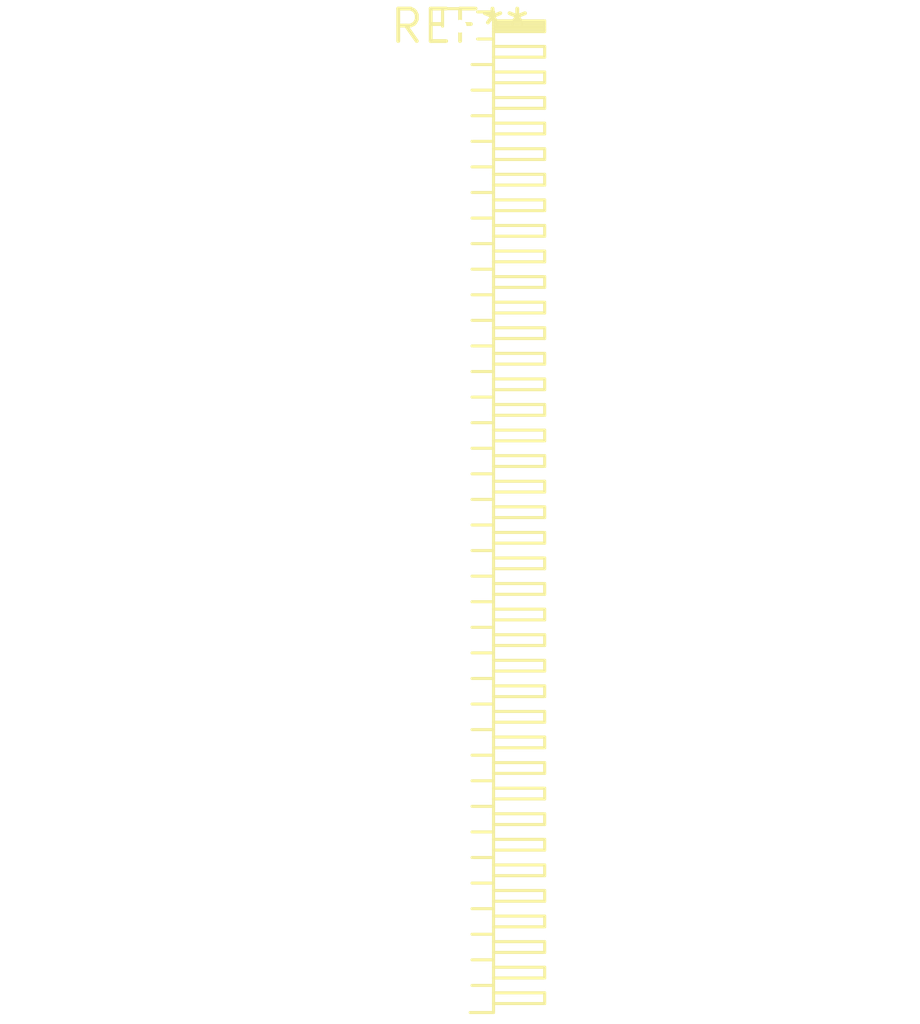
<source format=kicad_pcb>
(kicad_pcb (version 20240108) (generator pcbnew)
  (layers (0 "F.Cu" signal) (31 "B.Cu" signal) (34 "B.Paste" user) (35 "F.Paste" user) (36 "B.SilkS" user "B.Silkscreen") (37 "F.SilkS" user "F.Silkscreen") (38 "B.Mask" user) (39 "F.Mask" user) (44 "Edge.Cuts" user))
  (net 0 "")
  (footprint "PinHeader_1x39_P1.00mm_Horizontal" (layer "F.Cu") (at 0 0)
    (property "Reference" "REF**")
    (property "Value" "PinHeader_1x39_P1.00mm_Horizontal")
    (fp_line (start -0.685 -0.685) (end 0 -0.685) (layer "F.SilkS") (stroke (width 0.12)))
    (fp_line (start -0.685 0) (end -0.685 -0.685) (layer "F.SilkS") (stroke (width 0.12)))
    (fp_line (start 0.468215 1.5) (end 1.31 1.5) (layer "F.SilkS") (stroke (width 0.12)))
    (fp_line (start 0.468215 2.5) (end 1.31 2.5) (layer "F.SilkS") (stroke (width 0.12)))
    (fp_line (start 0.468215 3.5) (end 1.31 3.5) (layer "F.SilkS") (stroke (width 0.12)))
    (fp_line (start 0.468215 4.5) (end 1.31 4.5) (layer "F.SilkS") (stroke (width 0.12)))
    (fp_line (start 0.468215 5.5) (end 1.31 5.5) (layer "F.SilkS") (stroke (width 0.12)))
    (fp_line (start 0.468215 6.5) (end 1.31 6.5) (layer "F.SilkS") (stroke (width 0.12)))
    (fp_line (start 0.468215 7.5) (end 1.31 7.5) (layer "F.SilkS") (stroke (width 0.12)))
    (fp_line (start 0.468215 8.5) (end 1.31 8.5) (layer "F.SilkS") (stroke (width 0.12)))
    (fp_line (start 0.468215 9.5) (end 1.31 9.5) (layer "F.SilkS") (stroke (width 0.12)))
    (fp_line (start 0.468215 10.5) (end 1.31 10.5) (layer "F.SilkS") (stroke (width 0.12)))
    (fp_line (start 0.468215 11.5) (end 1.31 11.5) (layer "F.SilkS") (stroke (width 0.12)))
    (fp_line (start 0.468215 12.5) (end 1.31 12.5) (layer "F.SilkS") (stroke (width 0.12)))
    (fp_line (start 0.468215 13.5) (end 1.31 13.5) (layer "F.SilkS") (stroke (width 0.12)))
    (fp_line (start 0.468215 14.5) (end 1.31 14.5) (layer "F.SilkS") (stroke (width 0.12)))
    (fp_line (start 0.468215 15.5) (end 1.31 15.5) (layer "F.SilkS") (stroke (width 0.12)))
    (fp_line (start 0.468215 16.5) (end 1.31 16.5) (layer "F.SilkS") (stroke (width 0.12)))
    (fp_line (start 0.468215 17.5) (end 1.31 17.5) (layer "F.SilkS") (stroke (width 0.12)))
    (fp_line (start 0.468215 18.5) (end 1.31 18.5) (layer "F.SilkS") (stroke (width 0.12)))
    (fp_line (start 0.468215 19.5) (end 1.31 19.5) (layer "F.SilkS") (stroke (width 0.12)))
    (fp_line (start 0.468215 20.5) (end 1.31 20.5) (layer "F.SilkS") (stroke (width 0.12)))
    (fp_line (start 0.468215 21.5) (end 1.31 21.5) (layer "F.SilkS") (stroke (width 0.12)))
    (fp_line (start 0.468215 22.5) (end 1.31 22.5) (layer "F.SilkS") (stroke (width 0.12)))
    (fp_line (start 0.468215 23.5) (end 1.31 23.5) (layer "F.SilkS") (stroke (width 0.12)))
    (fp_line (start 0.468215 24.5) (end 1.31 24.5) (layer "F.SilkS") (stroke (width 0.12)))
    (fp_line (start 0.468215 25.5) (end 1.31 25.5) (layer "F.SilkS") (stroke (width 0.12)))
    (fp_line (start 0.468215 26.5) (end 1.31 26.5) (layer "F.SilkS") (stroke (width 0.12)))
    (fp_line (start 0.468215 27.5) (end 1.31 27.5) (layer "F.SilkS") (stroke (width 0.12)))
    (fp_line (start 0.468215 28.5) (end 1.31 28.5) (layer "F.SilkS") (stroke (width 0.12)))
    (fp_line (start 0.468215 29.5) (end 1.31 29.5) (layer "F.SilkS") (stroke (width 0.12)))
    (fp_line (start 0.468215 30.5) (end 1.31 30.5) (layer "F.SilkS") (stroke (width 0.12)))
    (fp_line (start 0.468215 31.5) (end 1.31 31.5) (layer "F.SilkS") (stroke (width 0.12)))
    (fp_line (start 0.468215 32.5) (end 1.31 32.5) (layer "F.SilkS") (stroke (width 0.12)))
    (fp_line (start 0.468215 33.5) (end 1.31 33.5) (layer "F.SilkS") (stroke (width 0.12)))
    (fp_line (start 0.468215 34.5) (end 1.31 34.5) (layer "F.SilkS") (stroke (width 0.12)))
    (fp_line (start 0.468215 35.5) (end 1.31 35.5) (layer "F.SilkS") (stroke (width 0.12)))
    (fp_line (start 0.468215 36.5) (end 1.31 36.5) (layer "F.SilkS") (stroke (width 0.12)))
    (fp_line (start 0.468215 37.5) (end 1.31 37.5) (layer "F.SilkS") (stroke (width 0.12)))
    (fp_line (start 0.685 -0.56) (end 1.31 -0.56) (layer "F.SilkS") (stroke (width 0.12)))
    (fp_line (start 0.685 0.5) (end 1.31 0.5) (layer "F.SilkS") (stroke (width 0.12)))
    (fp_line (start 1.31 -0.56) (end 1.31 38.56) (layer "F.SilkS") (stroke (width 0.12)))
    (fp_line (start 1.31 -0.21) (end 3.31 -0.21) (layer "F.SilkS") (stroke (width 0.12)))
    (fp_line (start 1.31 -0.15) (end 3.31 -0.15) (layer "F.SilkS") (stroke (width 0.12)))
    (fp_line (start 1.31 -0.03) (end 3.31 -0.03) (layer "F.SilkS") (stroke (width 0.12)))
    (fp_line (start 1.31 0.09) (end 3.31 0.09) (layer "F.SilkS") (stroke (width 0.12)))
    (fp_line (start 1.31 0.79) (end 3.31 0.79) (layer "F.SilkS") (stroke (width 0.12)))
    (fp_line (start 1.31 1.79) (end 3.31 1.79) (layer "F.SilkS") (stroke (width 0.12)))
    (fp_line (start 1.31 2.79) (end 3.31 2.79) (layer "F.SilkS") (stroke (width 0.12)))
    (fp_line (start 1.31 3.79) (end 3.31 3.79) (layer "F.SilkS") (stroke (width 0.12)))
    (fp_line (start 1.31 4.79) (end 3.31 4.79) (layer "F.SilkS") (stroke (width 0.12)))
    (fp_line (start 1.31 5.79) (end 3.31 5.79) (layer "F.SilkS") (stroke (width 0.12)))
    (fp_line (start 1.31 6.79) (end 3.31 6.79) (layer "F.SilkS") (stroke (width 0.12)))
    (fp_line (start 1.31 7.79) (end 3.31 7.79) (layer "F.SilkS") (stroke (width 0.12)))
    (fp_line (start 1.31 8.79) (end 3.31 8.79) (layer "F.SilkS") (stroke (width 0.12)))
    (fp_line (start 1.31 9.79) (end 3.31 9.79) (layer "F.SilkS") (stroke (width 0.12)))
    (fp_line (start 1.31 10.79) (end 3.31 10.79) (layer "F.SilkS") (stroke (width 0.12)))
    (fp_line (start 1.31 11.79) (end 3.31 11.79) (layer "F.SilkS") (stroke (width 0.12)))
    (fp_line (start 1.31 12.79) (end 3.31 12.79) (layer "F.SilkS") (stroke (width 0.12)))
    (fp_line (start 1.31 13.79) (end 3.31 13.79) (layer "F.SilkS") (stroke (width 0.12)))
    (fp_line (start 1.31 14.79) (end 3.31 14.79) (layer "F.SilkS") (stroke (width 0.12)))
    (fp_line (start 1.31 15.79) (end 3.31 15.79) (layer "F.SilkS") (stroke (width 0.12)))
    (fp_line (start 1.31 16.79) (end 3.31 16.79) (layer "F.SilkS") (stroke (width 0.12)))
    (fp_line (start 1.31 17.79) (end 3.31 17.79) (layer "F.SilkS") (stroke (width 0.12)))
    (fp_line (start 1.31 18.79) (end 3.31 18.79) (layer "F.SilkS") (stroke (width 0.12)))
    (fp_line (start 1.31 19.79) (end 3.31 19.79) (layer "F.SilkS") (stroke (width 0.12)))
    (fp_line (start 1.31 20.79) (end 3.31 20.79) (layer "F.SilkS") (stroke (width 0.12)))
    (fp_line (start 1.31 21.79) (end 3.31 21.79) (layer "F.SilkS") (stroke (width 0.12)))
    (fp_line (start 1.31 22.79) (end 3.31 22.79) (layer "F.SilkS") (stroke (width 0.12)))
    (fp_line (start 1.31 23.79) (end 3.31 23.79) (layer "F.SilkS") (stroke (width 0.12)))
    (fp_line (start 1.31 24.79) (end 3.31 24.79) (layer "F.SilkS") (stroke (width 0.12)))
    (fp_line (start 1.31 25.79) (end 3.31 25.79) (layer "F.SilkS") (stroke (width 0.12)))
    (fp_line (start 1.31 26.79) (end 3.31 26.79) (layer "F.SilkS") (stroke (width 0.12)))
    (fp_line (start 1.31 27.79) (end 3.31 27.79) (layer "F.SilkS") (stroke (width 0.12)))
    (fp_line (start 1.31 28.79) (end 3.31 28.79) (layer "F.SilkS") (stroke (width 0.12)))
    (fp_line (start 1.31 29.79) (end 3.31 29.79) (layer "F.SilkS") (stroke (width 0.12)))
    (fp_line (start 1.31 30.79) (end 3.31 30.79) (layer "F.SilkS") (stroke (width 0.12)))
    (fp_line (start 1.31 31.79) (end 3.31 31.79) (layer "F.SilkS") (stroke (width 0.12)))
    (fp_line (start 1.31 32.79) (end 3.31 32.79) (layer "F.SilkS") (stroke (width 0.12)))
    (fp_line (start 1.31 33.79) (end 3.31 33.79) (layer "F.SilkS") (stroke (width 0.12)))
    (fp_line (start 1.31 34.79) (end 3.31 34.79) (layer "F.SilkS") (stroke (width 0.12)))
    (fp_line (start 1.31 35.79) (end 3.31 35.79) (layer "F.SilkS") (stroke (width 0.12)))
    (fp_line (start 1.31 36.79) (end 3.31 36.79) (layer "F.SilkS") (stroke (width 0.12)))
    (fp_line (start 1.31 37.79) (end 3.31 37.79) (layer "F.SilkS") (stroke (width 0.12)))
    (fp_line (start 1.31 38.56) (end 0.394493 38.56) (layer "F.SilkS") (stroke (width 0.12)))
    (fp_line (start 3.31 -0.21) (end 3.31 0.21) (layer "F.SilkS") (stroke (width 0.12)))
    (fp_line (start 3.31 0.21) (end 1.31 0.21) (layer "F.SilkS") (stroke (width 0.12)))
    (fp_line (start 3.31 0.79) (end 3.31 1.21) (layer "F.SilkS") (stroke (width 0.12)))
    (fp_line (start 3.31 1.21) (end 1.31 1.21) (layer "F.SilkS") (stroke (width 0.12)))
    (fp_line (start 3.31 1.79) (end 3.31 2.21) (layer "F.SilkS") (stroke (width 0.12)))
    (fp_line (start 3.31 2.21) (end 1.31 2.21) (layer "F.SilkS") (stroke (width 0.12)))
    (fp_line (start 3.31 2.79) (end 3.31 3.21) (layer "F.SilkS") (stroke (width 0.12)))
    (fp_line (start 3.31 3.21) (end 1.31 3.21) (layer "F.SilkS") (stroke (width 0.12)))
    (fp_line (start 3.31 3.79) (end 3.31 4.21) (layer "F.SilkS") (stroke (width 0.12)))
    (fp_line (start 3.31 4.21) (end 1.31 4.21) (layer "F.SilkS") (stroke (width 0.12)))
    (fp_line (start 3.31 4.79) (end 3.31 5.21) (layer "F.SilkS") (stroke (width 0.12)))
    (fp_line (start 3.31 5.21) (end 1.31 5.21) (layer "F.SilkS") (stroke (width 0.12)))
    (fp_line (start 3.31 5.79) (end 3.31 6.21) (layer "F.SilkS") (stroke (width 0.12)))
    (fp_line (start 3.31 6.21) (end 1.31 6.21) (layer "F.SilkS") (stroke (width 0.12)))
    (fp_line (start 3.31 6.79) (end 3.31 7.21) (layer "F.SilkS") (stroke (width 0.12)))
    (fp_line (start 3.31 7.21) (end 1.31 7.21) (layer "F.SilkS") (stroke (width 0.12)))
    (fp_line (start 3.31 7.79) (end 3.31 8.21) (layer "F.SilkS") (stroke (width 0.12)))
    (fp_line (start 3.31 8.21) (end 1.31 8.21) (layer "F.SilkS") (stroke (width 0.12)))
    (fp_line (start 3.31 8.79) (end 3.31 9.21) (layer "F.SilkS") (stroke (width 0.12)))
    (fp_line (start 3.31 9.21) (end 1.31 9.21) (layer "F.SilkS") (stroke (width 0.12)))
    (fp_line (start 3.31 9.79) (end 3.31 10.21) (layer "F.SilkS") (stroke (width 0.12)))
    (fp_line (start 3.31 10.21) (end 1.31 10.21) (layer "F.SilkS") (stroke (width 0.12)))
    (fp_line (start 3.31 10.79) (end 3.31 11.21) (layer "F.SilkS") (stroke (width 0.12)))
    (fp_line (start 3.31 11.21) (end 1.31 11.21) (layer "F.SilkS") (stroke (width 0.12)))
    (fp_line (start 3.31 11.79) (end 3.31 12.21) (layer "F.SilkS") (stroke (width 0.12)))
    (fp_line (start 3.31 12.21) (end 1.31 12.21) (layer "F.SilkS") (stroke (width 0.12)))
    (fp_line (start 3.31 12.79) (end 3.31 13.21) (layer "F.SilkS") (stroke (width 0.12)))
    (fp_line (start 3.31 13.21) (end 1.31 13.21) (layer "F.SilkS") (stroke (width 0.12)))
    (fp_line (start 3.31 13.79) (end 3.31 14.21) (layer "F.SilkS") (stroke (width 0.12)))
    (fp_line (start 3.31 14.21) (end 1.31 14.21) (layer "F.SilkS") (stroke (width 0.12)))
    (fp_line (start 3.31 14.79) (end 3.31 15.21) (layer "F.SilkS") (stroke (width 0.12)))
    (fp_line (start 3.31 15.21) (end 1.31 15.21) (layer "F.SilkS") (stroke (width 0.12)))
    (fp_line (start 3.31 15.79) (end 3.31 16.21) (layer "F.SilkS") (stroke (width 0.12)))
    (fp_line (start 3.31 16.21) (end 1.31 16.21) (layer "F.SilkS") (stroke (width 0.12)))
    (fp_line (start 3.31 16.79) (end 3.31 17.21) (layer "F.SilkS") (stroke (width 0.12)))
    (fp_line (start 3.31 17.21) (end 1.31 17.21) (layer "F.SilkS") (stroke (width 0.12)))
    (fp_line (start 3.31 17.79) (end 3.31 18.21) (layer "F.SilkS") (stroke (width 0.12)))
    (fp_line (start 3.31 18.21) (end 1.31 18.21) (layer "F.SilkS") (stroke (width 0.12)))
    (fp_line (start 3.31 18.79) (end 3.31 19.21) (layer "F.SilkS") (stroke (width 0.12)))
    (fp_line (start 3.31 19.21) (end 1.31 19.21) (layer "F.SilkS") (stroke (width 0.12)))
    (fp_line (start 3.31 19.79) (end 3.31 20.21) (layer "F.SilkS") (stroke (width 0.12)))
    (fp_line (start 3.31 20.21) (end 1.31 20.21) (layer "F.SilkS") (stroke (width 0.12)))
    (fp_line (start 3.31 20.79) (end 3.31 21.21) (layer "F.SilkS") (stroke (width 0.12)))
    (fp_line (start 3.31 21.21) (end 1.31 21.21) (layer "F.SilkS") (stroke (width 0.12)))
    (fp_line (start 3.31 21.79) (end 3.31 22.21) (layer "F.SilkS") (stroke (width 0.12)))
    (fp_line (start 3.31 22.21) (end 1.31 22.21) (layer "F.SilkS") (stroke (width 0.12)))
    (fp_line (start 3.31 22.79) (end 3.31 23.21) (layer "F.SilkS") (stroke (width 0.12)))
    (fp_line (start 3.31 23.21) (end 1.31 23.21) (layer "F.SilkS") (stroke (width 0.12)))
    (fp_line (start 3.31 23.79) (end 3.31 24.21) (layer "F.SilkS") (stroke (width 0.12)))
    (fp_line (start 3.31 24.21) (end 1.31 24.21) (layer "F.SilkS") (stroke (width 0.12)))
    (fp_line (start 3.31 24.79) (end 3.31 25.21) (layer "F.SilkS") (stroke (width 0.12)))
    (fp_line (start 3.31 25.21) (end 1.31 25.21) (layer "F.SilkS") (stroke (width 0.12)))
    (fp_line (start 3.31 25.79) (end 3.31 26.21) (layer "F.SilkS") (stroke (width 0.12)))
    (fp_line (start 3.31 26.21) (end 1.31 26.21) (layer "F.SilkS") (stroke (width 0.12)))
    (fp_line (start 3.31 26.79) (end 3.31 27.21) (layer "F.SilkS") (stroke (width 0.12)))
    (fp_line (start 3.31 27.21) (end 1.31 27.21) (layer "F.SilkS") (stroke (width 0.12)))
    (fp_line (start 3.31 27.79) (end 3.31 28.21) (layer "F.SilkS") (stroke (width 0.12)))
    (fp_line (start 3.31 28.21) (end 1.31 28.21) (layer "F.SilkS") (stroke (width 0.12)))
    (fp_line (start 3.31 28.79) (end 3.31 29.21) (layer "F.SilkS") (stroke (width 0.12)))
    (fp_line (start 3.31 29.21) (end 1.31 29.21) (layer "F.SilkS") (stroke (width 0.12)))
    (fp_line (start 3.31 29.79) (end 3.31 30.21) (layer "F.SilkS") (stroke (width 0.12)))
    (fp_line (start 3.31 30.21) (end 1.31 30.21) (layer "F.SilkS") (stroke (width 0.12)))
    (fp_line (start 3.31 30.79) (end 3.31 31.21) (layer "F.SilkS") (stroke (width 0.12)))
    (fp_line (start 3.31 31.21) (end 1.31 31.21) (layer "F.SilkS") (stroke (width 0.12)))
    (fp_line (start 3.31 31.79) (end 3.31 32.21) (layer "F.SilkS") (stroke (width 0.12)))
    (fp_line (start 3.31 32.21) (end 1.31 32.21) (layer "F.SilkS") (stroke (width 0.12)))
    (fp_line (start 3.31 32.79) (end 3.31 33.21) (layer "F.SilkS") (stroke (width 0.12)))
    (fp_line (start 3.31 33.21) (end 1.31 33.21) (layer "F.SilkS") (stroke (width 0.12)))
    (fp_line (start 3.31 33.79) (end 3.31 34.21) (layer "F.SilkS") (stroke (width 0.12)))
    (fp_line (start 3.31 34.21) (end 1.31 34.21) (layer "F.SilkS") (stroke (width 0.12)))
    (fp_line (start 3.31 34.79) (end 3.31 35.21) (layer "F.SilkS") (stroke (width 0.12)))
    (fp_line (start 3.31 35.21) (end 1.31 35.21) (layer "F.SilkS") (stroke (width 0.12)))
    (fp_line (start 3.31 35.79) (end 3.31 36.21) (layer "F.SilkS") (stroke (width 0.12)))
    (fp_line (start 3.31 36.21) (end 1.31 36.21) (layer "F.SilkS") (stroke (width 0.12)))
    (fp_line (start 3.31 36.79) (end 3.31 37.21) (layer "F.SilkS") (stroke (width 0.12)))
    (fp_line (start 3.31 37.21) (end 1.31 37.21) (layer "F.SilkS") (stroke (width 0.12)))
    (fp_line (start 3.31 37.79) (end 3.31 38.21) (layer "F.SilkS") (stroke (width 0.12)))
    (fp_line (start 3.31 38.21) (end 1.31 38.21) (layer "F.SilkS") (stroke (width 0.12)))
    (pad "1" thru_hole rect (at 0 0) (size 0.85 0.85) (drill 0.5) (layers *.Cu *.Mask) (remove_unused_layers))
    (pad "2" thru_hole oval (at 0 1) (size 0.85 0.85) (drill 0.5) (layers *.Cu *.Mask) (remove_unused_layers))
    (pad "3" thru_hole oval (at 0 2) (size 0.85 0.85) (drill 0.5) (layers *.Cu *.Mask) (remove_unused_layers))
    (pad "4" thru_hole oval (at 0 3) (size 0.85 0.85) (drill 0.5) (layers *.Cu *.Mask) (remove_unused_layers))
    (pad "5" thru_hole oval (at 0 4) (size 0.85 0.85) (drill 0.5) (layers *.Cu *.Mask) (remove_unused_layers))
    (pad "6" thru_hole oval (at 0 5) (size 0.85 0.85) (drill 0.5) (layers *.Cu *.Mask) (remove_unused_layers))
    (pad "7" thru_hole oval (at 0 6) (size 0.85 0.85) (drill 0.5) (layers *.Cu *.Mask) (remove_unused_layers))
    (pad "8" thru_hole oval (at 0 7) (size 0.85 0.85) (drill 0.5) (layers *.Cu *.Mask) (remove_unused_layers))
    (pad "9" thru_hole oval (at 0 8) (size 0.85 0.85) (drill 0.5) (layers *.Cu *.Mask) (remove_unused_layers))
    (pad "10" thru_hole oval (at 0 9) (size 0.85 0.85) (drill 0.5) (layers *.Cu *.Mask) (remove_unused_layers))
    (pad "11" thru_hole oval (at 0 10) (size 0.85 0.85) (drill 0.5) (layers *.Cu *.Mask) (remove_unused_layers))
    (pad "12" thru_hole oval (at 0 11) (size 0.85 0.85) (drill 0.5) (layers *.Cu *.Mask) (remove_unused_layers))
    (pad "13" thru_hole oval (at 0 12) (size 0.85 0.85) (drill 0.5) (layers *.Cu *.Mask) (remove_unused_layers))
    (pad "14" thru_hole oval (at 0 13) (size 0.85 0.85) (drill 0.5) (layers *.Cu *.Mask) (remove_unused_layers))
    (pad "15" thru_hole oval (at 0 14) (size 0.85 0.85) (drill 0.5) (layers *.Cu *.Mask) (remove_unused_layers))
    (pad "16" thru_hole oval (at 0 15) (size 0.85 0.85) (drill 0.5) (layers *.Cu *.Mask) (remove_unused_layers))
    (pad "17" thru_hole oval (at 0 16) (size 0.85 0.85) (drill 0.5) (layers *.Cu *.Mask) (remove_unused_layers))
    (pad "18" thru_hole oval (at 0 17) (size 0.85 0.85) (drill 0.5) (layers *.Cu *.Mask) (remove_unused_layers))
    (pad "19" thru_hole oval (at 0 18) (size 0.85 0.85) (drill 0.5) (layers *.Cu *.Mask) (remove_unused_layers))
    (pad "20" thru_hole oval (at 0 19) (size 0.85 0.85) (drill 0.5) (layers *.Cu *.Mask) (remove_unused_layers))
    (pad "21" thru_hole oval (at 0 20) (size 0.85 0.85) (drill 0.5) (layers *.Cu *.Mask) (remove_unused_layers))
    (pad "22" thru_hole oval (at 0 21) (size 0.85 0.85) (drill 0.5) (layers *.Cu *.Mask) (remove_unused_layers))
    (pad "23" thru_hole oval (at 0 22) (size 0.85 0.85) (drill 0.5) (layers *.Cu *.Mask) (remove_unused_layers))
    (pad "24" thru_hole oval (at 0 23) (size 0.85 0.85) (drill 0.5) (layers *.Cu *.Mask) (remove_unused_layers))
    (pad "25" thru_hole oval (at 0 24) (size 0.85 0.85) (drill 0.5) (layers *.Cu *.Mask) (remove_unused_layers))
    (pad "26" thru_hole oval (at 0 25) (size 0.85 0.85) (drill 0.5) (layers *.Cu *.Mask) (remove_unused_layers))
    (pad "27" thru_hole oval (at 0 26) (size 0.85 0.85) (drill 0.5) (layers *.Cu *.Mask) (remove_unused_layers))
    (pad "28" thru_hole oval (at 0 27) (size 0.85 0.85) (drill 0.5) (layers *.Cu *.Mask) (remove_unused_layers))
    (pad "29" thru_hole oval (at 0 28) (size 0.85 0.85) (drill 0.5) (layers *.Cu *.Mask) (remove_unused_layers))
    (pad "30" thru_hole oval (at 0 29) (size 0.85 0.85) (drill 0.5) (layers *.Cu *.Mask) (remove_unused_layers))
    (pad "31" thru_hole oval (at 0 30) (size 0.85 0.85) (drill 0.5) (layers *.Cu *.Mask) (remove_unused_layers))
    (pad "32" thru_hole oval (at 0 31) (size 0.85 0.85) (drill 0.5) (layers *.Cu *.Mask) (remove_unused_layers))
    (pad "33" thru_hole oval (at 0 32) (size 0.85 0.85) (drill 0.5) (layers *.Cu *.Mask) (remove_unused_layers))
    (pad "34" thru_hole oval (at 0 33) (size 0.85 0.85) (drill 0.5) (layers *.Cu *.Mask) (remove_unused_layers))
    (pad "35" thru_hole oval (at 0 34) (size 0.85 0.85) (drill 0.5) (layers *.Cu *.Mask) (remove_unused_layers))
    (pad "36" thru_hole oval (at 0 35) (size 0.85 0.85) (drill 0.5) (layers *.Cu *.Mask) (remove_unused_layers))
    (pad "37" thru_hole oval (at 0 36) (size 0.85 0.85) (drill 0.5) (layers *.Cu *.Mask) (remove_unused_layers))
    (pad "38" thru_hole oval (at 0 37) (size 0.85 0.85) (drill 0.5) (layers *.Cu *.Mask) (remove_unused_layers))
    (pad "39" thru_hole oval (at 0 38) (size 0.85 0.85) (drill 0.5) (layers *.Cu *.Mask) (remove_unused_layers))
  )
)
</source>
